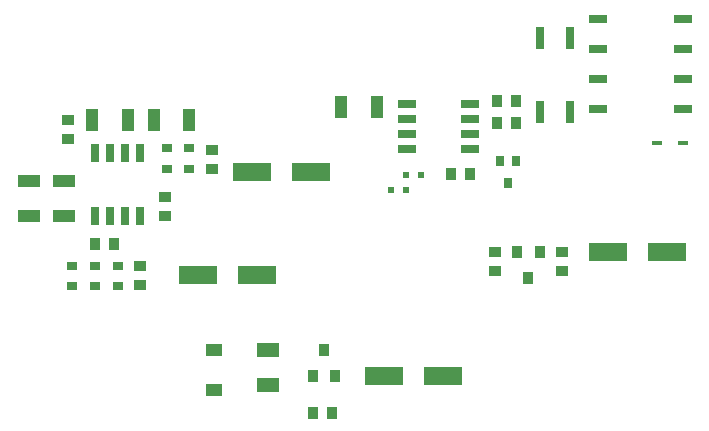
<source format=gtp>
%FSLAX46Y46*%
%MOMM*%
%AMPS25*
21,1,0.800000,0.600000,0.000000,0.000000,0.000000*
%
%ADD25PS25*%
%AMPS24*
21,1,0.800000,0.600000,0.000000,0.000000,180.000000*
%
%ADD24PS24*%
%AMPS35*
21,1,0.600000,1.550000,0.000000,0.000000,0.000000*
%
%ADD35PS35*%
%AMPS38*
21,1,0.600000,1.550000,0.000000,0.000000,90.000000*
%
%ADD38PS38*%
%AMPS36*
21,1,0.600000,1.550000,0.000000,0.000000,180.000000*
%
%ADD36PS36*%
%AMPS37*
21,1,0.600000,1.550000,0.000000,0.000000,270.000000*
%
%ADD37PS37*%
%AMPS20*
21,1,0.900000,1.000000,0.000000,0.000000,0.000000*
%
%ADD20PS20*%
%AMPS21*
21,1,0.900000,1.000000,0.000000,0.000000,180.000000*
%
%ADD21PS21*%
%AMPS15*
21,1,1.600000,3.200000,0.000000,0.000000,90.000000*
%
%ADD15PS15*%
%AMPS14*
21,1,1.600000,3.200000,0.000000,0.000000,270.000000*
%
%ADD14PS14*%
%AMPS39*
21,1,0.400000,0.900000,0.000000,0.000000,90.000000*
%
%ADD39PS39*%
%AMPS40*
21,1,0.400000,0.900000,0.000000,0.000000,270.000000*
%
%ADD40PS40*%
%AMPS10*
21,1,1.300000,1.000000,0.000000,0.000000,0.000000*
%
%ADD10PS10*%
%AMPS11*
21,1,1.300000,1.000000,0.000000,0.000000,180.000000*
%
%ADD11PS11*%
%AMPS22*
21,1,0.600000,1.800000,0.000000,0.000000,0.000000*
%
%ADD22PS22*%
%AMPS23*
21,1,0.600000,1.800000,0.000000,0.000000,180.000000*
%
%ADD23PS23*%
%AMPS33*
21,1,0.701421,1.491421,0.000000,0.000000,90.000000*
%
%ADD33PS33*%
%AMPS32*
21,1,0.701421,1.491421,0.000000,0.000000,270.000000*
%
%ADD32PS32*%
%AMPS34*
21,1,0.500000,0.500000,0.000000,0.000000,0.000000*
%
%ADD34PS34*%
%AMPS19*
21,1,0.700000,0.900000,0.000000,0.000000,0.000000*
%
%ADD19PS19*%
%AMPS18*
21,1,0.700000,0.900000,0.000000,0.000000,180.000000*
%
%ADD18PS18*%
%AMPS30*
21,1,1.800000,1.100000,0.000000,0.000000,0.000000*
%
%ADD30PS30*%
%AMPS16*
21,1,1.800000,1.100000,0.000000,0.000000,90.000000*
%
%ADD16PS16*%
%AMPS31*
21,1,1.800000,1.100000,0.000000,0.000000,180.000000*
%
%ADD31PS31*%
%AMPS17*
21,1,1.800000,1.100000,0.000000,0.000000,270.000000*
%
%ADD17PS17*%
%AMPS27*
21,1,1.831662,1.171341,0.000000,0.000000,0.000000*
%
%ADD27PS27*%
%AMPS26*
21,1,1.831662,1.171341,0.000000,0.000000,180.000000*
%
%ADD26PS26*%
%AMPS13*
21,1,1.000000,0.900000,0.000000,0.000000,0.000000*
%
%ADD13PS13*%
%AMPS28*
21,1,1.000000,0.900000,0.000000,0.000000,90.000000*
%
%ADD28PS28*%
%AMPS12*
21,1,1.000000,0.900000,0.000000,0.000000,180.000000*
%
%ADD12PS12*%
%AMPS29*
21,1,1.000000,0.900000,0.000000,0.000000,270.000000*
%
%ADD29PS29*%
G01*
%LPD*%
G01*
%LPD*%
G75*
D10*
X19950000Y12067954D03*
D11*
X19950000Y15402922D03*
D12*
X15795000Y28330000D03*
D13*
X15795000Y26730000D03*
D14*
X34350000Y13202922D03*
D15*
X39350000Y13202922D03*
D16*
X12665000Y34880000D03*
D17*
X9665000Y34880000D03*
D18*
X45530000Y31415000D03*
D18*
X44230000Y31415000D03*
D19*
X44880000Y29515000D03*
D13*
X43760000Y22100000D03*
D12*
X43760000Y23700000D03*
D20*
X30250000Y13202922D03*
D21*
X29300000Y15402922D03*
D20*
X28350000Y13202922D03*
D14*
X23179995Y30450001D03*
D15*
X28179995Y30450001D03*
D21*
X45650000Y23700000D03*
D20*
X46600000Y21500000D03*
D21*
X47550000Y23700000D03*
D22*
X50110000Y35550000D03*
D23*
X47610000Y41850000D03*
D23*
X50110000Y41850000D03*
D22*
X47610000Y35550000D03*
D24*
X9895000Y22520000D03*
D25*
X9895000Y20820002D03*
D24*
X15965000Y32480000D03*
D25*
X15965000Y30780002D03*
D26*
X24520000Y15402922D03*
D27*
X24520000Y12450000D03*
D28*
X45530000Y34595000D03*
D29*
X43930000Y34595000D03*
D30*
X7275000Y26730000D03*
D31*
X7275000Y29730000D03*
D13*
X19825000Y30780002D03*
D12*
X19825000Y32380002D03*
D28*
X29950000Y10102922D03*
D29*
X28350000Y10102922D03*
D28*
X45530000Y36525000D03*
D29*
X43930000Y36525000D03*
D25*
X17895000Y30780002D03*
D24*
X17895000Y32480000D03*
D17*
X14895000Y34880000D03*
D16*
X17895000Y34880000D03*
D32*
X52525000Y35790000D03*
D33*
X59675000Y38330000D03*
D33*
X59675000Y43410000D03*
D33*
X59675000Y40870000D03*
D32*
X52525000Y38330000D03*
D32*
X52525000Y43410000D03*
D33*
X59675000Y35790000D03*
D32*
X52525000Y40870000D03*
D31*
X4345000Y29730000D03*
D30*
X4345000Y26730000D03*
D13*
X7585000Y33280000D03*
D12*
X7585000Y34880000D03*
D14*
X53350000Y23700000D03*
D15*
X58350000Y23700000D03*
D12*
X13755000Y22520000D03*
D13*
X13755000Y20920000D03*
D34*
X36200000Y30270000D03*
D34*
X37470000Y30270000D03*
D34*
X34930000Y29000000D03*
D34*
X36200000Y29000000D03*
D13*
X49430000Y22100000D03*
D12*
X49430000Y23700000D03*
D29*
X9895000Y24420000D03*
D28*
X11495000Y24420000D03*
D35*
X13705000Y26730000D03*
D35*
X11165000Y26730000D03*
D35*
X9895000Y26730000D03*
D36*
X9895000Y32070000D03*
D36*
X12435000Y32070000D03*
D35*
X12435000Y26730000D03*
D36*
X13705000Y32070000D03*
D36*
X11165000Y32070000D03*
D24*
X7965000Y22520000D03*
D25*
X7965000Y20820002D03*
D17*
X30740000Y36005000D03*
D16*
X33740000Y36005000D03*
D37*
X36340000Y32405000D03*
D37*
X36340000Y34945000D03*
D37*
X36340000Y36215000D03*
D38*
X41680000Y36215000D03*
D38*
X41680000Y33675000D03*
D37*
X36340000Y33675000D03*
D38*
X41680000Y32405000D03*
D38*
X41680000Y34945000D03*
D39*
X59675000Y32970000D03*
D40*
X57475000Y32970000D03*
D25*
X11825000Y20820002D03*
D24*
X11825000Y22520000D03*
D29*
X40080000Y30325000D03*
D28*
X41680000Y30325000D03*
D15*
X23605000Y21790000D03*
D14*
X18605000Y21790000D03*
M02*

</source>
